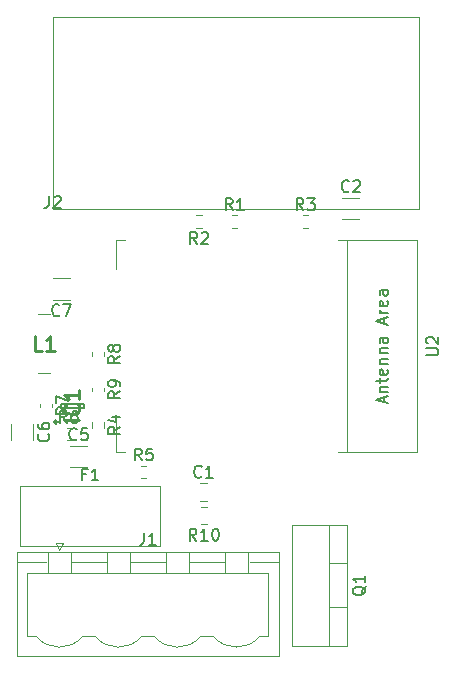
<source format=gbr>
%TF.GenerationSoftware,KiCad,Pcbnew,7.0.1*%
%TF.CreationDate,2024-02-27T21:29:27+01:00*%
%TF.ProjectId,PresenceDetection,50726573-656e-4636-9544-657465637469,rev?*%
%TF.SameCoordinates,Original*%
%TF.FileFunction,Legend,Top*%
%TF.FilePolarity,Positive*%
%FSLAX46Y46*%
G04 Gerber Fmt 4.6, Leading zero omitted, Abs format (unit mm)*
G04 Created by KiCad (PCBNEW 7.0.1) date 2024-02-27 21:29:27*
%MOMM*%
%LPD*%
G01*
G04 APERTURE LIST*
%ADD10C,0.150000*%
%ADD11C,0.254000*%
%ADD12C,0.120000*%
%ADD13C,0.100000*%
%ADD14C,0.200000*%
%ADD15C,0.250000*%
G04 APERTURE END LIST*
D10*
%TO.C,Q1*%
X157782857Y-131995238D02*
X157735238Y-132090476D01*
X157735238Y-132090476D02*
X157640000Y-132185714D01*
X157640000Y-132185714D02*
X157497142Y-132328571D01*
X157497142Y-132328571D02*
X157449523Y-132423809D01*
X157449523Y-132423809D02*
X157449523Y-132519047D01*
X157687619Y-132471428D02*
X157640000Y-132566666D01*
X157640000Y-132566666D02*
X157544761Y-132661904D01*
X157544761Y-132661904D02*
X157354285Y-132709523D01*
X157354285Y-132709523D02*
X157020952Y-132709523D01*
X157020952Y-132709523D02*
X156830476Y-132661904D01*
X156830476Y-132661904D02*
X156735238Y-132566666D01*
X156735238Y-132566666D02*
X156687619Y-132471428D01*
X156687619Y-132471428D02*
X156687619Y-132280952D01*
X156687619Y-132280952D02*
X156735238Y-132185714D01*
X156735238Y-132185714D02*
X156830476Y-132090476D01*
X156830476Y-132090476D02*
X157020952Y-132042857D01*
X157020952Y-132042857D02*
X157354285Y-132042857D01*
X157354285Y-132042857D02*
X157544761Y-132090476D01*
X157544761Y-132090476D02*
X157640000Y-132185714D01*
X157640000Y-132185714D02*
X157687619Y-132280952D01*
X157687619Y-132280952D02*
X157687619Y-132471428D01*
X157687619Y-131090476D02*
X157687619Y-131661904D01*
X157687619Y-131376190D02*
X156687619Y-131376190D01*
X156687619Y-131376190D02*
X156830476Y-131471428D01*
X156830476Y-131471428D02*
X156925714Y-131566666D01*
X156925714Y-131566666D02*
X156973333Y-131661904D01*
%TO.C,C5*%
X133308333Y-119517380D02*
X133260714Y-119565000D01*
X133260714Y-119565000D02*
X133117857Y-119612619D01*
X133117857Y-119612619D02*
X133022619Y-119612619D01*
X133022619Y-119612619D02*
X132879762Y-119565000D01*
X132879762Y-119565000D02*
X132784524Y-119469761D01*
X132784524Y-119469761D02*
X132736905Y-119374523D01*
X132736905Y-119374523D02*
X132689286Y-119184047D01*
X132689286Y-119184047D02*
X132689286Y-119041190D01*
X132689286Y-119041190D02*
X132736905Y-118850714D01*
X132736905Y-118850714D02*
X132784524Y-118755476D01*
X132784524Y-118755476D02*
X132879762Y-118660238D01*
X132879762Y-118660238D02*
X133022619Y-118612619D01*
X133022619Y-118612619D02*
X133117857Y-118612619D01*
X133117857Y-118612619D02*
X133260714Y-118660238D01*
X133260714Y-118660238D02*
X133308333Y-118707857D01*
X134213095Y-118612619D02*
X133736905Y-118612619D01*
X133736905Y-118612619D02*
X133689286Y-119088809D01*
X133689286Y-119088809D02*
X133736905Y-119041190D01*
X133736905Y-119041190D02*
X133832143Y-118993571D01*
X133832143Y-118993571D02*
X134070238Y-118993571D01*
X134070238Y-118993571D02*
X134165476Y-119041190D01*
X134165476Y-119041190D02*
X134213095Y-119088809D01*
X134213095Y-119088809D02*
X134260714Y-119184047D01*
X134260714Y-119184047D02*
X134260714Y-119422142D01*
X134260714Y-119422142D02*
X134213095Y-119517380D01*
X134213095Y-119517380D02*
X134165476Y-119565000D01*
X134165476Y-119565000D02*
X134070238Y-119612619D01*
X134070238Y-119612619D02*
X133832143Y-119612619D01*
X133832143Y-119612619D02*
X133736905Y-119565000D01*
X133736905Y-119565000D02*
X133689286Y-119517380D01*
D11*
%TO.C,L1*%
X130363333Y-112037526D02*
X129758571Y-112037526D01*
X129758571Y-112037526D02*
X129758571Y-110767526D01*
X131451905Y-112037526D02*
X130726190Y-112037526D01*
X131089047Y-112037526D02*
X131089047Y-110767526D01*
X131089047Y-110767526D02*
X130968095Y-110948954D01*
X130968095Y-110948954D02*
X130847143Y-111069907D01*
X130847143Y-111069907D02*
X130726190Y-111130383D01*
D10*
%TO.C,R4*%
X136992619Y-118491666D02*
X136516428Y-118824999D01*
X136992619Y-119063094D02*
X135992619Y-119063094D01*
X135992619Y-119063094D02*
X135992619Y-118682142D01*
X135992619Y-118682142D02*
X136040238Y-118586904D01*
X136040238Y-118586904D02*
X136087857Y-118539285D01*
X136087857Y-118539285D02*
X136183095Y-118491666D01*
X136183095Y-118491666D02*
X136325952Y-118491666D01*
X136325952Y-118491666D02*
X136421190Y-118539285D01*
X136421190Y-118539285D02*
X136468809Y-118586904D01*
X136468809Y-118586904D02*
X136516428Y-118682142D01*
X136516428Y-118682142D02*
X136516428Y-119063094D01*
X136325952Y-117634523D02*
X136992619Y-117634523D01*
X135945000Y-117872618D02*
X136659285Y-118110713D01*
X136659285Y-118110713D02*
X136659285Y-117491666D01*
%TO.C,C2*%
X156358333Y-98517380D02*
X156310714Y-98565000D01*
X156310714Y-98565000D02*
X156167857Y-98612619D01*
X156167857Y-98612619D02*
X156072619Y-98612619D01*
X156072619Y-98612619D02*
X155929762Y-98565000D01*
X155929762Y-98565000D02*
X155834524Y-98469761D01*
X155834524Y-98469761D02*
X155786905Y-98374523D01*
X155786905Y-98374523D02*
X155739286Y-98184047D01*
X155739286Y-98184047D02*
X155739286Y-98041190D01*
X155739286Y-98041190D02*
X155786905Y-97850714D01*
X155786905Y-97850714D02*
X155834524Y-97755476D01*
X155834524Y-97755476D02*
X155929762Y-97660238D01*
X155929762Y-97660238D02*
X156072619Y-97612619D01*
X156072619Y-97612619D02*
X156167857Y-97612619D01*
X156167857Y-97612619D02*
X156310714Y-97660238D01*
X156310714Y-97660238D02*
X156358333Y-97707857D01*
X156739286Y-97707857D02*
X156786905Y-97660238D01*
X156786905Y-97660238D02*
X156882143Y-97612619D01*
X156882143Y-97612619D02*
X157120238Y-97612619D01*
X157120238Y-97612619D02*
X157215476Y-97660238D01*
X157215476Y-97660238D02*
X157263095Y-97707857D01*
X157263095Y-97707857D02*
X157310714Y-97803095D01*
X157310714Y-97803095D02*
X157310714Y-97898333D01*
X157310714Y-97898333D02*
X157263095Y-98041190D01*
X157263095Y-98041190D02*
X156691667Y-98612619D01*
X156691667Y-98612619D02*
X157310714Y-98612619D01*
%TO.C,F1*%
X134106666Y-122498809D02*
X133773333Y-122498809D01*
X133773333Y-123022619D02*
X133773333Y-122022619D01*
X133773333Y-122022619D02*
X134249523Y-122022619D01*
X135154285Y-123022619D02*
X134582857Y-123022619D01*
X134868571Y-123022619D02*
X134868571Y-122022619D01*
X134868571Y-122022619D02*
X134773333Y-122165476D01*
X134773333Y-122165476D02*
X134678095Y-122260714D01*
X134678095Y-122260714D02*
X134582857Y-122308333D01*
%TO.C,C1*%
X143883333Y-122687380D02*
X143835714Y-122735000D01*
X143835714Y-122735000D02*
X143692857Y-122782619D01*
X143692857Y-122782619D02*
X143597619Y-122782619D01*
X143597619Y-122782619D02*
X143454762Y-122735000D01*
X143454762Y-122735000D02*
X143359524Y-122639761D01*
X143359524Y-122639761D02*
X143311905Y-122544523D01*
X143311905Y-122544523D02*
X143264286Y-122354047D01*
X143264286Y-122354047D02*
X143264286Y-122211190D01*
X143264286Y-122211190D02*
X143311905Y-122020714D01*
X143311905Y-122020714D02*
X143359524Y-121925476D01*
X143359524Y-121925476D02*
X143454762Y-121830238D01*
X143454762Y-121830238D02*
X143597619Y-121782619D01*
X143597619Y-121782619D02*
X143692857Y-121782619D01*
X143692857Y-121782619D02*
X143835714Y-121830238D01*
X143835714Y-121830238D02*
X143883333Y-121877857D01*
X144835714Y-122782619D02*
X144264286Y-122782619D01*
X144550000Y-122782619D02*
X144550000Y-121782619D01*
X144550000Y-121782619D02*
X144454762Y-121925476D01*
X144454762Y-121925476D02*
X144359524Y-122020714D01*
X144359524Y-122020714D02*
X144264286Y-122068333D01*
%TO.C,R8*%
X136992619Y-112491666D02*
X136516428Y-112824999D01*
X136992619Y-113063094D02*
X135992619Y-113063094D01*
X135992619Y-113063094D02*
X135992619Y-112682142D01*
X135992619Y-112682142D02*
X136040238Y-112586904D01*
X136040238Y-112586904D02*
X136087857Y-112539285D01*
X136087857Y-112539285D02*
X136183095Y-112491666D01*
X136183095Y-112491666D02*
X136325952Y-112491666D01*
X136325952Y-112491666D02*
X136421190Y-112539285D01*
X136421190Y-112539285D02*
X136468809Y-112586904D01*
X136468809Y-112586904D02*
X136516428Y-112682142D01*
X136516428Y-112682142D02*
X136516428Y-113063094D01*
X136421190Y-111920237D02*
X136373571Y-112015475D01*
X136373571Y-112015475D02*
X136325952Y-112063094D01*
X136325952Y-112063094D02*
X136230714Y-112110713D01*
X136230714Y-112110713D02*
X136183095Y-112110713D01*
X136183095Y-112110713D02*
X136087857Y-112063094D01*
X136087857Y-112063094D02*
X136040238Y-112015475D01*
X136040238Y-112015475D02*
X135992619Y-111920237D01*
X135992619Y-111920237D02*
X135992619Y-111729761D01*
X135992619Y-111729761D02*
X136040238Y-111634523D01*
X136040238Y-111634523D02*
X136087857Y-111586904D01*
X136087857Y-111586904D02*
X136183095Y-111539285D01*
X136183095Y-111539285D02*
X136230714Y-111539285D01*
X136230714Y-111539285D02*
X136325952Y-111586904D01*
X136325952Y-111586904D02*
X136373571Y-111634523D01*
X136373571Y-111634523D02*
X136421190Y-111729761D01*
X136421190Y-111729761D02*
X136421190Y-111920237D01*
X136421190Y-111920237D02*
X136468809Y-112015475D01*
X136468809Y-112015475D02*
X136516428Y-112063094D01*
X136516428Y-112063094D02*
X136611666Y-112110713D01*
X136611666Y-112110713D02*
X136802142Y-112110713D01*
X136802142Y-112110713D02*
X136897380Y-112063094D01*
X136897380Y-112063094D02*
X136945000Y-112015475D01*
X136945000Y-112015475D02*
X136992619Y-111920237D01*
X136992619Y-111920237D02*
X136992619Y-111729761D01*
X136992619Y-111729761D02*
X136945000Y-111634523D01*
X136945000Y-111634523D02*
X136897380Y-111586904D01*
X136897380Y-111586904D02*
X136802142Y-111539285D01*
X136802142Y-111539285D02*
X136611666Y-111539285D01*
X136611666Y-111539285D02*
X136516428Y-111586904D01*
X136516428Y-111586904D02*
X136468809Y-111634523D01*
X136468809Y-111634523D02*
X136421190Y-111729761D01*
D11*
%TO.C,IC1*%
X133537526Y-117939762D02*
X132267526Y-117939762D01*
X133416573Y-116609285D02*
X133477050Y-116669761D01*
X133477050Y-116669761D02*
X133537526Y-116851190D01*
X133537526Y-116851190D02*
X133537526Y-116972142D01*
X133537526Y-116972142D02*
X133477050Y-117153571D01*
X133477050Y-117153571D02*
X133356097Y-117274523D01*
X133356097Y-117274523D02*
X133235145Y-117335000D01*
X133235145Y-117335000D02*
X132993240Y-117395476D01*
X132993240Y-117395476D02*
X132811811Y-117395476D01*
X132811811Y-117395476D02*
X132569907Y-117335000D01*
X132569907Y-117335000D02*
X132448954Y-117274523D01*
X132448954Y-117274523D02*
X132328002Y-117153571D01*
X132328002Y-117153571D02*
X132267526Y-116972142D01*
X132267526Y-116972142D02*
X132267526Y-116851190D01*
X132267526Y-116851190D02*
X132328002Y-116669761D01*
X132328002Y-116669761D02*
X132388478Y-116609285D01*
X133537526Y-115399761D02*
X133537526Y-116125476D01*
X133537526Y-115762619D02*
X132267526Y-115762619D01*
X132267526Y-115762619D02*
X132448954Y-115883571D01*
X132448954Y-115883571D02*
X132569907Y-116004523D01*
X132569907Y-116004523D02*
X132630383Y-116125476D01*
D10*
%TO.C,R3*%
X152508333Y-100132619D02*
X152175000Y-99656428D01*
X151936905Y-100132619D02*
X151936905Y-99132619D01*
X151936905Y-99132619D02*
X152317857Y-99132619D01*
X152317857Y-99132619D02*
X152413095Y-99180238D01*
X152413095Y-99180238D02*
X152460714Y-99227857D01*
X152460714Y-99227857D02*
X152508333Y-99323095D01*
X152508333Y-99323095D02*
X152508333Y-99465952D01*
X152508333Y-99465952D02*
X152460714Y-99561190D01*
X152460714Y-99561190D02*
X152413095Y-99608809D01*
X152413095Y-99608809D02*
X152317857Y-99656428D01*
X152317857Y-99656428D02*
X151936905Y-99656428D01*
X152841667Y-99132619D02*
X153460714Y-99132619D01*
X153460714Y-99132619D02*
X153127381Y-99513571D01*
X153127381Y-99513571D02*
X153270238Y-99513571D01*
X153270238Y-99513571D02*
X153365476Y-99561190D01*
X153365476Y-99561190D02*
X153413095Y-99608809D01*
X153413095Y-99608809D02*
X153460714Y-99704047D01*
X153460714Y-99704047D02*
X153460714Y-99942142D01*
X153460714Y-99942142D02*
X153413095Y-100037380D01*
X153413095Y-100037380D02*
X153365476Y-100085000D01*
X153365476Y-100085000D02*
X153270238Y-100132619D01*
X153270238Y-100132619D02*
X152984524Y-100132619D01*
X152984524Y-100132619D02*
X152889286Y-100085000D01*
X152889286Y-100085000D02*
X152841667Y-100037380D01*
%TO.C,J1*%
X139016666Y-127462619D02*
X139016666Y-128176904D01*
X139016666Y-128176904D02*
X138969047Y-128319761D01*
X138969047Y-128319761D02*
X138873809Y-128415000D01*
X138873809Y-128415000D02*
X138730952Y-128462619D01*
X138730952Y-128462619D02*
X138635714Y-128462619D01*
X140016666Y-128462619D02*
X139445238Y-128462619D01*
X139730952Y-128462619D02*
X139730952Y-127462619D01*
X139730952Y-127462619D02*
X139635714Y-127605476D01*
X139635714Y-127605476D02*
X139540476Y-127700714D01*
X139540476Y-127700714D02*
X139445238Y-127748333D01*
%TO.C,R6*%
X132458333Y-118132619D02*
X132125000Y-117656428D01*
X131886905Y-118132619D02*
X131886905Y-117132619D01*
X131886905Y-117132619D02*
X132267857Y-117132619D01*
X132267857Y-117132619D02*
X132363095Y-117180238D01*
X132363095Y-117180238D02*
X132410714Y-117227857D01*
X132410714Y-117227857D02*
X132458333Y-117323095D01*
X132458333Y-117323095D02*
X132458333Y-117465952D01*
X132458333Y-117465952D02*
X132410714Y-117561190D01*
X132410714Y-117561190D02*
X132363095Y-117608809D01*
X132363095Y-117608809D02*
X132267857Y-117656428D01*
X132267857Y-117656428D02*
X131886905Y-117656428D01*
X133315476Y-117132619D02*
X133125000Y-117132619D01*
X133125000Y-117132619D02*
X133029762Y-117180238D01*
X133029762Y-117180238D02*
X132982143Y-117227857D01*
X132982143Y-117227857D02*
X132886905Y-117370714D01*
X132886905Y-117370714D02*
X132839286Y-117561190D01*
X132839286Y-117561190D02*
X132839286Y-117942142D01*
X132839286Y-117942142D02*
X132886905Y-118037380D01*
X132886905Y-118037380D02*
X132934524Y-118085000D01*
X132934524Y-118085000D02*
X133029762Y-118132619D01*
X133029762Y-118132619D02*
X133220238Y-118132619D01*
X133220238Y-118132619D02*
X133315476Y-118085000D01*
X133315476Y-118085000D02*
X133363095Y-118037380D01*
X133363095Y-118037380D02*
X133410714Y-117942142D01*
X133410714Y-117942142D02*
X133410714Y-117704047D01*
X133410714Y-117704047D02*
X133363095Y-117608809D01*
X133363095Y-117608809D02*
X133315476Y-117561190D01*
X133315476Y-117561190D02*
X133220238Y-117513571D01*
X133220238Y-117513571D02*
X133029762Y-117513571D01*
X133029762Y-117513571D02*
X132934524Y-117561190D01*
X132934524Y-117561190D02*
X132886905Y-117608809D01*
X132886905Y-117608809D02*
X132839286Y-117704047D01*
%TO.C,R10*%
X143444642Y-128112619D02*
X143111309Y-127636428D01*
X142873214Y-128112619D02*
X142873214Y-127112619D01*
X142873214Y-127112619D02*
X143254166Y-127112619D01*
X143254166Y-127112619D02*
X143349404Y-127160238D01*
X143349404Y-127160238D02*
X143397023Y-127207857D01*
X143397023Y-127207857D02*
X143444642Y-127303095D01*
X143444642Y-127303095D02*
X143444642Y-127445952D01*
X143444642Y-127445952D02*
X143397023Y-127541190D01*
X143397023Y-127541190D02*
X143349404Y-127588809D01*
X143349404Y-127588809D02*
X143254166Y-127636428D01*
X143254166Y-127636428D02*
X142873214Y-127636428D01*
X144397023Y-128112619D02*
X143825595Y-128112619D01*
X144111309Y-128112619D02*
X144111309Y-127112619D01*
X144111309Y-127112619D02*
X144016071Y-127255476D01*
X144016071Y-127255476D02*
X143920833Y-127350714D01*
X143920833Y-127350714D02*
X143825595Y-127398333D01*
X145016071Y-127112619D02*
X145111309Y-127112619D01*
X145111309Y-127112619D02*
X145206547Y-127160238D01*
X145206547Y-127160238D02*
X145254166Y-127207857D01*
X145254166Y-127207857D02*
X145301785Y-127303095D01*
X145301785Y-127303095D02*
X145349404Y-127493571D01*
X145349404Y-127493571D02*
X145349404Y-127731666D01*
X145349404Y-127731666D02*
X145301785Y-127922142D01*
X145301785Y-127922142D02*
X145254166Y-128017380D01*
X145254166Y-128017380D02*
X145206547Y-128065000D01*
X145206547Y-128065000D02*
X145111309Y-128112619D01*
X145111309Y-128112619D02*
X145016071Y-128112619D01*
X145016071Y-128112619D02*
X144920833Y-128065000D01*
X144920833Y-128065000D02*
X144873214Y-128017380D01*
X144873214Y-128017380D02*
X144825595Y-127922142D01*
X144825595Y-127922142D02*
X144777976Y-127731666D01*
X144777976Y-127731666D02*
X144777976Y-127493571D01*
X144777976Y-127493571D02*
X144825595Y-127303095D01*
X144825595Y-127303095D02*
X144873214Y-127207857D01*
X144873214Y-127207857D02*
X144920833Y-127160238D01*
X144920833Y-127160238D02*
X145016071Y-127112619D01*
%TO.C,R1*%
X146508333Y-100132619D02*
X146175000Y-99656428D01*
X145936905Y-100132619D02*
X145936905Y-99132619D01*
X145936905Y-99132619D02*
X146317857Y-99132619D01*
X146317857Y-99132619D02*
X146413095Y-99180238D01*
X146413095Y-99180238D02*
X146460714Y-99227857D01*
X146460714Y-99227857D02*
X146508333Y-99323095D01*
X146508333Y-99323095D02*
X146508333Y-99465952D01*
X146508333Y-99465952D02*
X146460714Y-99561190D01*
X146460714Y-99561190D02*
X146413095Y-99608809D01*
X146413095Y-99608809D02*
X146317857Y-99656428D01*
X146317857Y-99656428D02*
X145936905Y-99656428D01*
X147460714Y-100132619D02*
X146889286Y-100132619D01*
X147175000Y-100132619D02*
X147175000Y-99132619D01*
X147175000Y-99132619D02*
X147079762Y-99275476D01*
X147079762Y-99275476D02*
X146984524Y-99370714D01*
X146984524Y-99370714D02*
X146889286Y-99418333D01*
%TO.C,C6*%
X130917380Y-119091666D02*
X130965000Y-119139285D01*
X130965000Y-119139285D02*
X131012619Y-119282142D01*
X131012619Y-119282142D02*
X131012619Y-119377380D01*
X131012619Y-119377380D02*
X130965000Y-119520237D01*
X130965000Y-119520237D02*
X130869761Y-119615475D01*
X130869761Y-119615475D02*
X130774523Y-119663094D01*
X130774523Y-119663094D02*
X130584047Y-119710713D01*
X130584047Y-119710713D02*
X130441190Y-119710713D01*
X130441190Y-119710713D02*
X130250714Y-119663094D01*
X130250714Y-119663094D02*
X130155476Y-119615475D01*
X130155476Y-119615475D02*
X130060238Y-119520237D01*
X130060238Y-119520237D02*
X130012619Y-119377380D01*
X130012619Y-119377380D02*
X130012619Y-119282142D01*
X130012619Y-119282142D02*
X130060238Y-119139285D01*
X130060238Y-119139285D02*
X130107857Y-119091666D01*
X130012619Y-118234523D02*
X130012619Y-118424999D01*
X130012619Y-118424999D02*
X130060238Y-118520237D01*
X130060238Y-118520237D02*
X130107857Y-118567856D01*
X130107857Y-118567856D02*
X130250714Y-118663094D01*
X130250714Y-118663094D02*
X130441190Y-118710713D01*
X130441190Y-118710713D02*
X130822142Y-118710713D01*
X130822142Y-118710713D02*
X130917380Y-118663094D01*
X130917380Y-118663094D02*
X130965000Y-118615475D01*
X130965000Y-118615475D02*
X131012619Y-118520237D01*
X131012619Y-118520237D02*
X131012619Y-118329761D01*
X131012619Y-118329761D02*
X130965000Y-118234523D01*
X130965000Y-118234523D02*
X130917380Y-118186904D01*
X130917380Y-118186904D02*
X130822142Y-118139285D01*
X130822142Y-118139285D02*
X130584047Y-118139285D01*
X130584047Y-118139285D02*
X130488809Y-118186904D01*
X130488809Y-118186904D02*
X130441190Y-118234523D01*
X130441190Y-118234523D02*
X130393571Y-118329761D01*
X130393571Y-118329761D02*
X130393571Y-118520237D01*
X130393571Y-118520237D02*
X130441190Y-118615475D01*
X130441190Y-118615475D02*
X130488809Y-118663094D01*
X130488809Y-118663094D02*
X130584047Y-118710713D01*
%TO.C,C7*%
X131858333Y-109017380D02*
X131810714Y-109065000D01*
X131810714Y-109065000D02*
X131667857Y-109112619D01*
X131667857Y-109112619D02*
X131572619Y-109112619D01*
X131572619Y-109112619D02*
X131429762Y-109065000D01*
X131429762Y-109065000D02*
X131334524Y-108969761D01*
X131334524Y-108969761D02*
X131286905Y-108874523D01*
X131286905Y-108874523D02*
X131239286Y-108684047D01*
X131239286Y-108684047D02*
X131239286Y-108541190D01*
X131239286Y-108541190D02*
X131286905Y-108350714D01*
X131286905Y-108350714D02*
X131334524Y-108255476D01*
X131334524Y-108255476D02*
X131429762Y-108160238D01*
X131429762Y-108160238D02*
X131572619Y-108112619D01*
X131572619Y-108112619D02*
X131667857Y-108112619D01*
X131667857Y-108112619D02*
X131810714Y-108160238D01*
X131810714Y-108160238D02*
X131858333Y-108207857D01*
X132191667Y-108112619D02*
X132858333Y-108112619D01*
X132858333Y-108112619D02*
X132429762Y-109112619D01*
%TO.C,R2*%
X143508333Y-102992619D02*
X143175000Y-102516428D01*
X142936905Y-102992619D02*
X142936905Y-101992619D01*
X142936905Y-101992619D02*
X143317857Y-101992619D01*
X143317857Y-101992619D02*
X143413095Y-102040238D01*
X143413095Y-102040238D02*
X143460714Y-102087857D01*
X143460714Y-102087857D02*
X143508333Y-102183095D01*
X143508333Y-102183095D02*
X143508333Y-102325952D01*
X143508333Y-102325952D02*
X143460714Y-102421190D01*
X143460714Y-102421190D02*
X143413095Y-102468809D01*
X143413095Y-102468809D02*
X143317857Y-102516428D01*
X143317857Y-102516428D02*
X142936905Y-102516428D01*
X143889286Y-102087857D02*
X143936905Y-102040238D01*
X143936905Y-102040238D02*
X144032143Y-101992619D01*
X144032143Y-101992619D02*
X144270238Y-101992619D01*
X144270238Y-101992619D02*
X144365476Y-102040238D01*
X144365476Y-102040238D02*
X144413095Y-102087857D01*
X144413095Y-102087857D02*
X144460714Y-102183095D01*
X144460714Y-102183095D02*
X144460714Y-102278333D01*
X144460714Y-102278333D02*
X144413095Y-102421190D01*
X144413095Y-102421190D02*
X143841667Y-102992619D01*
X143841667Y-102992619D02*
X144460714Y-102992619D01*
%TO.C,J2*%
X130966666Y-98962619D02*
X130966666Y-99676904D01*
X130966666Y-99676904D02*
X130919047Y-99819761D01*
X130919047Y-99819761D02*
X130823809Y-99915000D01*
X130823809Y-99915000D02*
X130680952Y-99962619D01*
X130680952Y-99962619D02*
X130585714Y-99962619D01*
X131395238Y-99057857D02*
X131442857Y-99010238D01*
X131442857Y-99010238D02*
X131538095Y-98962619D01*
X131538095Y-98962619D02*
X131776190Y-98962619D01*
X131776190Y-98962619D02*
X131871428Y-99010238D01*
X131871428Y-99010238D02*
X131919047Y-99057857D01*
X131919047Y-99057857D02*
X131966666Y-99153095D01*
X131966666Y-99153095D02*
X131966666Y-99248333D01*
X131966666Y-99248333D02*
X131919047Y-99391190D01*
X131919047Y-99391190D02*
X131347619Y-99962619D01*
X131347619Y-99962619D02*
X131966666Y-99962619D01*
%TO.C,R7*%
X132592619Y-116841666D02*
X132116428Y-117174999D01*
X132592619Y-117413094D02*
X131592619Y-117413094D01*
X131592619Y-117413094D02*
X131592619Y-117032142D01*
X131592619Y-117032142D02*
X131640238Y-116936904D01*
X131640238Y-116936904D02*
X131687857Y-116889285D01*
X131687857Y-116889285D02*
X131783095Y-116841666D01*
X131783095Y-116841666D02*
X131925952Y-116841666D01*
X131925952Y-116841666D02*
X132021190Y-116889285D01*
X132021190Y-116889285D02*
X132068809Y-116936904D01*
X132068809Y-116936904D02*
X132116428Y-117032142D01*
X132116428Y-117032142D02*
X132116428Y-117413094D01*
X131592619Y-116508332D02*
X131592619Y-115841666D01*
X131592619Y-115841666D02*
X132592619Y-116270237D01*
%TO.C,R5*%
X138808333Y-121332619D02*
X138475000Y-120856428D01*
X138236905Y-121332619D02*
X138236905Y-120332619D01*
X138236905Y-120332619D02*
X138617857Y-120332619D01*
X138617857Y-120332619D02*
X138713095Y-120380238D01*
X138713095Y-120380238D02*
X138760714Y-120427857D01*
X138760714Y-120427857D02*
X138808333Y-120523095D01*
X138808333Y-120523095D02*
X138808333Y-120665952D01*
X138808333Y-120665952D02*
X138760714Y-120761190D01*
X138760714Y-120761190D02*
X138713095Y-120808809D01*
X138713095Y-120808809D02*
X138617857Y-120856428D01*
X138617857Y-120856428D02*
X138236905Y-120856428D01*
X139713095Y-120332619D02*
X139236905Y-120332619D01*
X139236905Y-120332619D02*
X139189286Y-120808809D01*
X139189286Y-120808809D02*
X139236905Y-120761190D01*
X139236905Y-120761190D02*
X139332143Y-120713571D01*
X139332143Y-120713571D02*
X139570238Y-120713571D01*
X139570238Y-120713571D02*
X139665476Y-120761190D01*
X139665476Y-120761190D02*
X139713095Y-120808809D01*
X139713095Y-120808809D02*
X139760714Y-120904047D01*
X139760714Y-120904047D02*
X139760714Y-121142142D01*
X139760714Y-121142142D02*
X139713095Y-121237380D01*
X139713095Y-121237380D02*
X139665476Y-121285000D01*
X139665476Y-121285000D02*
X139570238Y-121332619D01*
X139570238Y-121332619D02*
X139332143Y-121332619D01*
X139332143Y-121332619D02*
X139236905Y-121285000D01*
X139236905Y-121285000D02*
X139189286Y-121237380D01*
%TO.C,U2*%
X162932619Y-112411904D02*
X163742142Y-112411904D01*
X163742142Y-112411904D02*
X163837380Y-112364285D01*
X163837380Y-112364285D02*
X163885000Y-112316666D01*
X163885000Y-112316666D02*
X163932619Y-112221428D01*
X163932619Y-112221428D02*
X163932619Y-112030952D01*
X163932619Y-112030952D02*
X163885000Y-111935714D01*
X163885000Y-111935714D02*
X163837380Y-111888095D01*
X163837380Y-111888095D02*
X163742142Y-111840476D01*
X163742142Y-111840476D02*
X162932619Y-111840476D01*
X163027857Y-111411904D02*
X162980238Y-111364285D01*
X162980238Y-111364285D02*
X162932619Y-111269047D01*
X162932619Y-111269047D02*
X162932619Y-111030952D01*
X162932619Y-111030952D02*
X162980238Y-110935714D01*
X162980238Y-110935714D02*
X163027857Y-110888095D01*
X163027857Y-110888095D02*
X163123095Y-110840476D01*
X163123095Y-110840476D02*
X163218333Y-110840476D01*
X163218333Y-110840476D02*
X163361190Y-110888095D01*
X163361190Y-110888095D02*
X163932619Y-111459523D01*
X163932619Y-111459523D02*
X163932619Y-110840476D01*
X159346904Y-116411905D02*
X159346904Y-115935715D01*
X159632619Y-116507143D02*
X158632619Y-116173810D01*
X158632619Y-116173810D02*
X159632619Y-115840477D01*
X158965952Y-115507143D02*
X159632619Y-115507143D01*
X159061190Y-115507143D02*
X159013571Y-115459524D01*
X159013571Y-115459524D02*
X158965952Y-115364286D01*
X158965952Y-115364286D02*
X158965952Y-115221429D01*
X158965952Y-115221429D02*
X159013571Y-115126191D01*
X159013571Y-115126191D02*
X159108809Y-115078572D01*
X159108809Y-115078572D02*
X159632619Y-115078572D01*
X158965952Y-114745238D02*
X158965952Y-114364286D01*
X158632619Y-114602381D02*
X159489761Y-114602381D01*
X159489761Y-114602381D02*
X159585000Y-114554762D01*
X159585000Y-114554762D02*
X159632619Y-114459524D01*
X159632619Y-114459524D02*
X159632619Y-114364286D01*
X159585000Y-113650000D02*
X159632619Y-113745238D01*
X159632619Y-113745238D02*
X159632619Y-113935714D01*
X159632619Y-113935714D02*
X159585000Y-114030952D01*
X159585000Y-114030952D02*
X159489761Y-114078571D01*
X159489761Y-114078571D02*
X159108809Y-114078571D01*
X159108809Y-114078571D02*
X159013571Y-114030952D01*
X159013571Y-114030952D02*
X158965952Y-113935714D01*
X158965952Y-113935714D02*
X158965952Y-113745238D01*
X158965952Y-113745238D02*
X159013571Y-113650000D01*
X159013571Y-113650000D02*
X159108809Y-113602381D01*
X159108809Y-113602381D02*
X159204047Y-113602381D01*
X159204047Y-113602381D02*
X159299285Y-114078571D01*
X158965952Y-113173809D02*
X159632619Y-113173809D01*
X159061190Y-113173809D02*
X159013571Y-113126190D01*
X159013571Y-113126190D02*
X158965952Y-113030952D01*
X158965952Y-113030952D02*
X158965952Y-112888095D01*
X158965952Y-112888095D02*
X159013571Y-112792857D01*
X159013571Y-112792857D02*
X159108809Y-112745238D01*
X159108809Y-112745238D02*
X159632619Y-112745238D01*
X158965952Y-112269047D02*
X159632619Y-112269047D01*
X159061190Y-112269047D02*
X159013571Y-112221428D01*
X159013571Y-112221428D02*
X158965952Y-112126190D01*
X158965952Y-112126190D02*
X158965952Y-111983333D01*
X158965952Y-111983333D02*
X159013571Y-111888095D01*
X159013571Y-111888095D02*
X159108809Y-111840476D01*
X159108809Y-111840476D02*
X159632619Y-111840476D01*
X159632619Y-110935714D02*
X159108809Y-110935714D01*
X159108809Y-110935714D02*
X159013571Y-110983333D01*
X159013571Y-110983333D02*
X158965952Y-111078571D01*
X158965952Y-111078571D02*
X158965952Y-111269047D01*
X158965952Y-111269047D02*
X159013571Y-111364285D01*
X159585000Y-110935714D02*
X159632619Y-111030952D01*
X159632619Y-111030952D02*
X159632619Y-111269047D01*
X159632619Y-111269047D02*
X159585000Y-111364285D01*
X159585000Y-111364285D02*
X159489761Y-111411904D01*
X159489761Y-111411904D02*
X159394523Y-111411904D01*
X159394523Y-111411904D02*
X159299285Y-111364285D01*
X159299285Y-111364285D02*
X159251666Y-111269047D01*
X159251666Y-111269047D02*
X159251666Y-111030952D01*
X159251666Y-111030952D02*
X159204047Y-110935714D01*
X159346904Y-109745237D02*
X159346904Y-109269047D01*
X159632619Y-109840475D02*
X158632619Y-109507142D01*
X158632619Y-109507142D02*
X159632619Y-109173809D01*
X159632619Y-108840475D02*
X158965952Y-108840475D01*
X159156428Y-108840475D02*
X159061190Y-108792856D01*
X159061190Y-108792856D02*
X159013571Y-108745237D01*
X159013571Y-108745237D02*
X158965952Y-108649999D01*
X158965952Y-108649999D02*
X158965952Y-108554761D01*
X159585000Y-107840475D02*
X159632619Y-107935713D01*
X159632619Y-107935713D02*
X159632619Y-108126189D01*
X159632619Y-108126189D02*
X159585000Y-108221427D01*
X159585000Y-108221427D02*
X159489761Y-108269046D01*
X159489761Y-108269046D02*
X159108809Y-108269046D01*
X159108809Y-108269046D02*
X159013571Y-108221427D01*
X159013571Y-108221427D02*
X158965952Y-108126189D01*
X158965952Y-108126189D02*
X158965952Y-107935713D01*
X158965952Y-107935713D02*
X159013571Y-107840475D01*
X159013571Y-107840475D02*
X159108809Y-107792856D01*
X159108809Y-107792856D02*
X159204047Y-107792856D01*
X159204047Y-107792856D02*
X159299285Y-108269046D01*
X159632619Y-106935713D02*
X159108809Y-106935713D01*
X159108809Y-106935713D02*
X159013571Y-106983332D01*
X159013571Y-106983332D02*
X158965952Y-107078570D01*
X158965952Y-107078570D02*
X158965952Y-107269046D01*
X158965952Y-107269046D02*
X159013571Y-107364284D01*
X159585000Y-106935713D02*
X159632619Y-107030951D01*
X159632619Y-107030951D02*
X159632619Y-107269046D01*
X159632619Y-107269046D02*
X159585000Y-107364284D01*
X159585000Y-107364284D02*
X159489761Y-107411903D01*
X159489761Y-107411903D02*
X159394523Y-107411903D01*
X159394523Y-107411903D02*
X159299285Y-107364284D01*
X159299285Y-107364284D02*
X159251666Y-107269046D01*
X159251666Y-107269046D02*
X159251666Y-107030951D01*
X159251666Y-107030951D02*
X159204047Y-106935713D01*
%TO.C,R9*%
X136992619Y-115491666D02*
X136516428Y-115824999D01*
X136992619Y-116063094D02*
X135992619Y-116063094D01*
X135992619Y-116063094D02*
X135992619Y-115682142D01*
X135992619Y-115682142D02*
X136040238Y-115586904D01*
X136040238Y-115586904D02*
X136087857Y-115539285D01*
X136087857Y-115539285D02*
X136183095Y-115491666D01*
X136183095Y-115491666D02*
X136325952Y-115491666D01*
X136325952Y-115491666D02*
X136421190Y-115539285D01*
X136421190Y-115539285D02*
X136468809Y-115586904D01*
X136468809Y-115586904D02*
X136516428Y-115682142D01*
X136516428Y-115682142D02*
X136516428Y-116063094D01*
X136992619Y-115015475D02*
X136992619Y-114824999D01*
X136992619Y-114824999D02*
X136945000Y-114729761D01*
X136945000Y-114729761D02*
X136897380Y-114682142D01*
X136897380Y-114682142D02*
X136754523Y-114586904D01*
X136754523Y-114586904D02*
X136564047Y-114539285D01*
X136564047Y-114539285D02*
X136183095Y-114539285D01*
X136183095Y-114539285D02*
X136087857Y-114586904D01*
X136087857Y-114586904D02*
X136040238Y-114634523D01*
X136040238Y-114634523D02*
X135992619Y-114729761D01*
X135992619Y-114729761D02*
X135992619Y-114920237D01*
X135992619Y-114920237D02*
X136040238Y-115015475D01*
X136040238Y-115015475D02*
X136087857Y-115063094D01*
X136087857Y-115063094D02*
X136183095Y-115110713D01*
X136183095Y-115110713D02*
X136421190Y-115110713D01*
X136421190Y-115110713D02*
X136516428Y-115063094D01*
X136516428Y-115063094D02*
X136564047Y-115015475D01*
X136564047Y-115015475D02*
X136611666Y-114920237D01*
X136611666Y-114920237D02*
X136611666Y-114729761D01*
X136611666Y-114729761D02*
X136564047Y-114634523D01*
X136564047Y-114634523D02*
X136516428Y-114586904D01*
X136516428Y-114586904D02*
X136421190Y-114539285D01*
D12*
%TO.C,Q1*%
X156225000Y-126780000D02*
X156225000Y-137020000D01*
X156225000Y-130050000D02*
X154715000Y-130050000D01*
X156225000Y-133751000D02*
X154715000Y-133751000D01*
X156225000Y-126780000D02*
X151584000Y-126780000D01*
X151584000Y-126780000D02*
X151584000Y-137020000D01*
X156225000Y-137020000D02*
X151584000Y-137020000D01*
X154715000Y-126780000D02*
X154715000Y-137020000D01*
%TO.C,C5*%
X132763748Y-120090000D02*
X134186252Y-120090000D01*
X132763748Y-121910000D02*
X134186252Y-121910000D01*
D13*
%TO.C,L1*%
X130075000Y-108950000D02*
X130075000Y-108950000D01*
X130075000Y-108950000D02*
X131075000Y-108950000D01*
X130075000Y-113950000D02*
X130075000Y-113950000D01*
X130075000Y-113950000D02*
X131075000Y-113950000D01*
X131075000Y-108950000D02*
X130075000Y-108950000D01*
X131075000Y-108950000D02*
X131075000Y-108950000D01*
X131075000Y-113950000D02*
X130075000Y-113950000D01*
X131075000Y-113950000D02*
X131075000Y-113950000D01*
D12*
%TO.C,R4*%
X135622500Y-118087742D02*
X135622500Y-118562258D01*
X134577500Y-118087742D02*
X134577500Y-118562258D01*
%TO.C,C2*%
X155813748Y-99090000D02*
X157236252Y-99090000D01*
X155813748Y-100910000D02*
X157236252Y-100910000D01*
%TO.C,F1*%
X128550000Y-123500000D02*
X128550000Y-128600000D01*
X128550000Y-123500000D02*
X140350000Y-123500000D01*
X128550000Y-128600000D02*
X140350000Y-128600000D01*
X140350000Y-123500000D02*
X140350000Y-128600000D01*
%TO.C,C1*%
X143788748Y-123265000D02*
X144311252Y-123265000D01*
X143788748Y-124735000D02*
X144311252Y-124735000D01*
%TO.C,R8*%
X135610000Y-112184420D02*
X135610000Y-112465580D01*
X134590000Y-112184420D02*
X134590000Y-112465580D01*
D14*
%TO.C,IC1*%
X131950000Y-116875000D02*
X131950000Y-116525000D01*
X133950000Y-116875000D02*
X131950000Y-116875000D01*
X131950000Y-116525000D02*
X133950000Y-116525000D01*
X133950000Y-116525000D02*
X133950000Y-116875000D01*
D15*
X131675000Y-118075000D02*
G75*
G03*
X131675000Y-118075000I-125000J0D01*
G01*
D12*
%TO.C,R3*%
X152437742Y-100577500D02*
X152912258Y-100577500D01*
X152437742Y-101622500D02*
X152912258Y-101622500D01*
%TO.C,J1*%
X128240000Y-129090000D02*
X128240000Y-137910000D01*
X128240000Y-129900000D02*
X130740000Y-129900000D01*
X128240000Y-137910000D02*
X150460000Y-137910000D01*
X129150000Y-130900000D02*
X149550000Y-130900000D01*
X129150000Y-136200000D02*
X129150000Y-130900000D01*
X129850000Y-136200000D02*
X129150000Y-136200000D01*
X130850000Y-129090000D02*
X132850000Y-129090000D01*
X130850000Y-130900000D02*
X130850000Y-129090000D01*
X131550000Y-128290000D02*
X132150000Y-128290000D01*
X131850000Y-128890000D02*
X131550000Y-128290000D01*
X132150000Y-128290000D02*
X131850000Y-128890000D01*
X132850000Y-129090000D02*
X132850000Y-130900000D01*
X132850000Y-129900000D02*
X135850000Y-129900000D01*
X132850000Y-130900000D02*
X130850000Y-130900000D01*
X133850000Y-136200000D02*
X134850000Y-136200000D01*
X135850000Y-129090000D02*
X137850000Y-129090000D01*
X135850000Y-130900000D02*
X135850000Y-129090000D01*
X137850000Y-129090000D02*
X137850000Y-130900000D01*
X137850000Y-129900000D02*
X140850000Y-129900000D01*
X137850000Y-130900000D02*
X135850000Y-130900000D01*
X138850000Y-136200000D02*
X139850000Y-136200000D01*
X140850000Y-129090000D02*
X142850000Y-129090000D01*
X140850000Y-130900000D02*
X140850000Y-129090000D01*
X142850000Y-129090000D02*
X142850000Y-130900000D01*
X142850000Y-129900000D02*
X145850000Y-129900000D01*
X142850000Y-130900000D02*
X140850000Y-130900000D01*
X143850000Y-136200000D02*
X144850000Y-136200000D01*
X145850000Y-129090000D02*
X147850000Y-129090000D01*
X145850000Y-130900000D02*
X145850000Y-129090000D01*
X147850000Y-129090000D02*
X147850000Y-130900000D01*
X147850000Y-130900000D02*
X145850000Y-130900000D01*
X149550000Y-130900000D02*
X149550000Y-136200000D01*
X149550000Y-136200000D02*
X148850000Y-136200000D01*
X150460000Y-129090000D02*
X128240000Y-129090000D01*
X150460000Y-129900000D02*
X147960000Y-129900000D01*
X150460000Y-137910000D02*
X150460000Y-129090000D01*
X129850000Y-136200000D02*
G75*
G03*
X133836842Y-136215821I2000000J1650000D01*
G01*
X134850000Y-136200000D02*
G75*
G03*
X138836842Y-136215821I2000000J1650000D01*
G01*
X139850000Y-136200000D02*
G75*
G03*
X143836842Y-136215821I2000000J1650000D01*
G01*
X144850000Y-136200000D02*
G75*
G03*
X148836842Y-136215821I2000000J1650000D01*
G01*
%TO.C,R6*%
X132484420Y-118590000D02*
X132765580Y-118590000D01*
X132484420Y-119610000D02*
X132765580Y-119610000D01*
%TO.C,R10*%
X144314564Y-126735000D02*
X143860436Y-126735000D01*
X144314564Y-125265000D02*
X143860436Y-125265000D01*
%TO.C,R1*%
X146437742Y-100577500D02*
X146912258Y-100577500D01*
X146437742Y-101622500D02*
X146912258Y-101622500D01*
%TO.C,C6*%
X129610000Y-118213748D02*
X129610000Y-119636252D01*
X127790000Y-118213748D02*
X127790000Y-119636252D01*
%TO.C,C7*%
X132736252Y-107710000D02*
X131313748Y-107710000D01*
X132736252Y-105890000D02*
X131313748Y-105890000D01*
%TO.C,R2*%
X143912258Y-101622500D02*
X143437742Y-101622500D01*
X143912258Y-100577500D02*
X143437742Y-100577500D01*
%TO.C,J2*%
X131300000Y-100000000D02*
X162300000Y-100000000D01*
X162300000Y-100000000D02*
X162300000Y-83750000D01*
X162300000Y-83750000D02*
X131300000Y-83750000D01*
X131300000Y-83750000D02*
X131300000Y-100000000D01*
%TO.C,R7*%
X131210000Y-116534420D02*
X131210000Y-116815580D01*
X130190000Y-116534420D02*
X130190000Y-116815580D01*
%TO.C,R5*%
X138737742Y-121777500D02*
X139212258Y-121777500D01*
X138737742Y-122822500D02*
X139212258Y-122822500D01*
%TO.C,U2*%
X162170000Y-102650000D02*
X155420000Y-102650000D01*
X162170000Y-102650000D02*
X162170000Y-120650000D01*
X137420000Y-102650000D02*
X136670000Y-102650000D01*
X136670000Y-102650000D02*
X136670000Y-103400000D01*
X136670000Y-103400000D02*
X136670000Y-105150000D01*
X136670000Y-119900000D02*
X136670000Y-118150000D01*
X162170000Y-120650000D02*
X155420000Y-120650000D01*
X156230000Y-120650000D02*
X156230000Y-102650000D01*
X137420000Y-120650000D02*
X136670000Y-120650000D01*
X136670000Y-120650000D02*
X136670000Y-119900000D01*
%TO.C,R9*%
X135610000Y-115184420D02*
X135610000Y-115465580D01*
X134590000Y-115184420D02*
X134590000Y-115465580D01*
%TD*%
M02*

</source>
